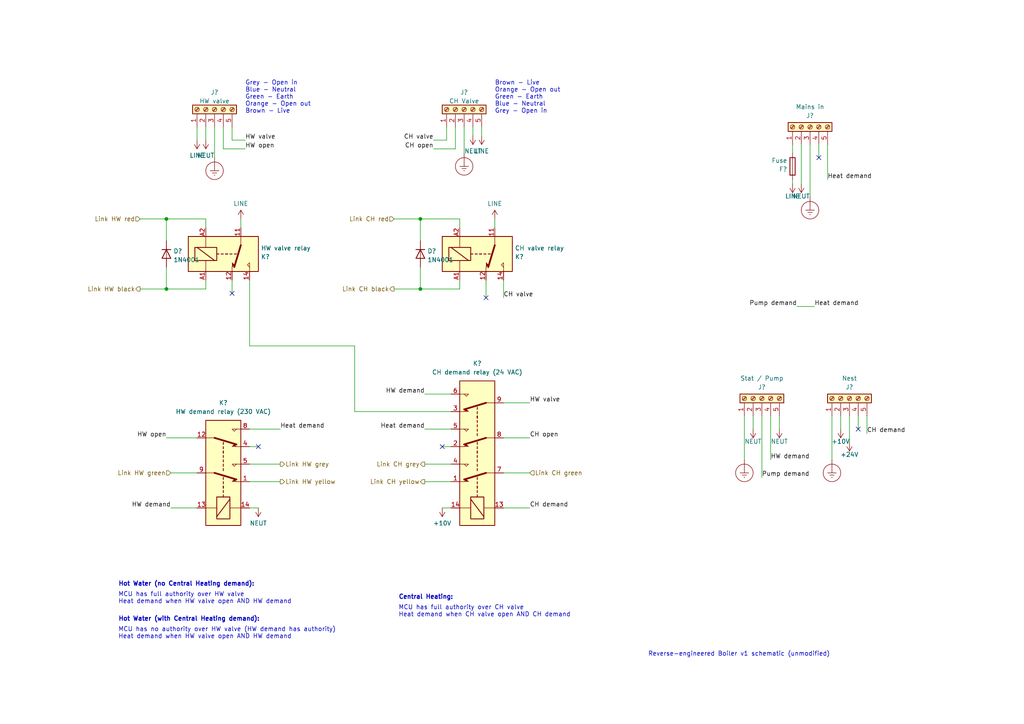
<source format=kicad_sch>
(kicad_sch (version 20211123) (generator eeschema)
  (paper "A4")
  (lib_symbols
    (symbol "Connector:Screw_Terminal_01x05" (pin_names (offset 1.016) hide)
      (property "Reference" "J" (at 0 7.62 0))
      (property "Value" "Screw_Terminal_01x05" (at 0 -7.62 0))
      (symbol "Screw_Terminal_01x05_1_1"
        (rectangle (start -1.27 6.35) (end 1.27 -6.35) (stroke (width 0.254)) (fill (type background)))
        (circle (center 0 -5.08) (radius 0.635) (stroke (width 0.1524)))
        (circle (center 0 -2.54) (radius 0.635) (stroke (width 0.1524)))
        (polyline (pts (xy -0.5334 -4.7498) (xy 0.3302 -5.588)) (stroke (width 0.1524)))
        (polyline (pts (xy -0.5334 -2.2098) (xy 0.3302 -3.048)) (stroke (width 0.1524)))
        (polyline (pts (xy -0.5334 0.3302) (xy 0.3302 -0.508)) (stroke (width 0.1524)))
        (polyline (pts (xy -0.5334 2.8702) (xy 0.3302 2.032)) (stroke (width 0.1524)))
        (polyline (pts (xy -0.5334 5.4102) (xy 0.3302 4.572)) (stroke (width 0.1524)))
        (polyline (pts (xy -0.3556 -4.572) (xy 0.508 -5.4102)) (stroke (width 0.1524)))
        (polyline (pts (xy -0.3556 -2.032) (xy 0.508 -2.8702)) (stroke (width 0.1524)))
        (polyline (pts (xy -0.3556 0.508) (xy 0.508 -0.3302)) (stroke (width 0.1524)))
        (polyline (pts (xy -0.3556 3.048) (xy 0.508 2.2098)) (stroke (width 0.1524)))
        (polyline (pts (xy -0.3556 5.588) (xy 0.508 4.7498)) (stroke (width 0.1524)))
        (circle (center 0 0) (radius 0.635) (stroke (width 0.1524)))
        (circle (center 0 2.54) (radius 0.635) (stroke (width 0.1524)))
        (circle (center 0 5.08) (radius 0.635) (stroke (width 0.1524)))
        (pin passive line (at -5.08 5.08 0) (length 3.81) (name "Pin_1") (number "1"))
        (pin passive line (at -5.08 2.54 0) (length 3.81) (name "Pin_2") (number "2"))
        (pin passive line (at -5.08 0 0) (length 3.81) (name "Pin_3") (number "3"))
        (pin passive line (at -5.08 -2.54 0) (length 3.81) (name "Pin_4") (number "4"))
        (pin passive line (at -5.08 -5.08 0) (length 3.81) (name "Pin_5") (number "5"))
      )
    )
    (symbol "Device:Fuse" (pin_numbers hide) (pin_names (offset 0))
      (property "Reference" "F" (at 2.032 0 90))
      (property "Value" "Fuse" (at -1.905 0 90))
      (symbol "Fuse_0_1"
        (rectangle (start -0.762 -2.54) (end 0.762 2.54) (stroke (width 0.254)))
        (polyline (pts (xy 0 2.54) (xy 0 -2.54)))
      )
      (symbol "Fuse_1_1"
        (pin passive line (at 0 3.81 270) (length 1.27) (name "~") (number "1"))
        (pin passive line (at 0 -3.81 90) (length 1.27) (name "~") (number "2"))
      )
    )
    (symbol "Diode:1N4001" (pin_numbers hide) (pin_names (offset 1.016) hide)
      (property "Reference" "D" (at 0 2.54 0))
      (property "Value" "1N4001" (at 0 -2.54 0))
      (symbol "1N4001_0_1"
        (polyline (pts (xy -1.27 1.27) (xy -1.27 -1.27)) (stroke (width 0.254)))
        (polyline (pts (xy 1.27 0) (xy -1.27 0)))
        (polyline (pts (xy 1.27 1.27) (xy 1.27 -1.27) (xy -1.27 0) (xy 1.27 1.27)) (stroke (width 0.254)))
      )
      (symbol "1N4001_1_1"
        (pin passive line (at -3.81 0 0) (length 2.54) (name "K") (number "1"))
        (pin passive line (at 3.81 0 180) (length 2.54) (name "A") (number "2"))
      )
    )
    (symbol "New_Library:0VAC" (power) (pin_names (offset 0))
      (property "Value" "0VAC" (at 0 3.5758 0))
      (symbol "0VAC_0_1"
        (polyline (pts (xy -0.762 1.27) (xy 0 2.54)))
        (polyline (pts (xy 0 0) (xy 0 2.54)))
        (polyline (pts (xy 0 2.54) (xy 0.762 1.27)))
      )
      (symbol "0VAC_1_1"
        (pin power_in line (at 0 0 90) (length 0) hide (name "+10V") (number "1"))
      )
    )
    (symbol "New_Library:24VAC" (power) (pin_names (offset 0))
      (property "Value" "24VAC" (at 0 3.5758 0))
      (symbol "24VAC_0_1"
        (polyline (pts (xy -0.762 1.27) (xy 0 2.54)))
        (polyline (pts (xy 0 0) (xy 0 2.54)))
        (polyline (pts (xy 0 2.54) (xy 0.762 1.27)))
      )
      (symbol "24VAC_1_1"
        (pin power_in line (at 0 0 90) (length 0) hide (name "+24V") (number "1"))
      )
    )
    (symbol "New_Library:FINDER-36.11"
      (property "Reference" "K" (at 11.43 3.81 0))
      (property "Value" "FINDER-36.11" (at 11.43 1.27 0))
      (symbol "FINDER-36.11_0_0"
        (polyline (pts (xy 2.54 3.81) (xy 2.54 5.08)))
        (polyline (pts (xy 7.62 3.81) (xy 7.62 5.08)))
        (polyline (pts (xy 7.62 3.81) (xy 7.62 2.54) (xy 6.985 3.175) (xy 7.62 3.81)))
      )
      (symbol "FINDER-36.11_0_1"
        (rectangle (start -10.16 5.08) (end 10.16 -5.08) (stroke (width 0.254)) (fill (type background)))
        (rectangle (start -8.255 1.905) (end -1.905 -1.905) (stroke (width 0.254)))
        (polyline (pts (xy -7.62 -1.905) (xy -2.54 1.905)) (stroke (width 0.254)))
        (polyline (pts (xy -5.08 -5.08) (xy -5.08 -1.905)))
        (polyline (pts (xy -5.08 5.08) (xy -5.08 1.905)))
        (polyline (pts (xy -1.905 0) (xy -1.27 0)) (stroke (width 0.254)))
        (polyline (pts (xy -0.635 0) (xy 0 0)) (stroke (width 0.254)))
        (polyline (pts (xy 0.635 0) (xy 1.27 0)) (stroke (width 0.254)))
        (polyline (pts (xy 0.635 0) (xy 1.27 0)) (stroke (width 0.254)))
        (polyline (pts (xy 1.905 0) (xy 2.54 0)) (stroke (width 0.254)))
        (polyline (pts (xy 3.175 0) (xy 3.81 0)) (stroke (width 0.254)))
        (polyline (pts (xy 5.08 -2.54) (xy 3.175 3.81)) (stroke (width 0.508)))
        (polyline (pts (xy 5.08 -2.54) (xy 5.08 -5.08)))
        (polyline (pts (xy 2.54 2.54) (xy 3.175 3.175) (xy 2.54 3.81)) (fill (type outline)))
      )
      (symbol "FINDER-36.11_1_1"
        (pin passive line (at 5.08 -7.62 90) (length 2.54) (name "~") (number "11"))
        (pin passive line (at 2.54 7.62 270) (length 2.54) (name "~") (number "12"))
        (pin passive line (at 7.62 7.62 270) (length 2.54) (name "~") (number "14"))
        (pin passive line (at -5.08 7.62 270) (length 2.54) (name "~") (number "A1"))
        (pin passive line (at -5.08 -7.62 90) (length 2.54) (name "~") (number "A2"))
      )
    )
    (symbol "New_Library:FINDER-55.12"
      (property "Reference" "K2" (at 0 24.0198 90))
      (property "Value" "HW demand relay" (at 0 21.4829 90))
      (symbol "FINDER-55.12_0_0"
        (polyline (pts (xy 2.54 3.81) (xy 2.54 5.08)))
        (polyline (pts (xy 7.62 3.81) (xy 7.62 5.08)))
        (polyline (pts (xy 12.7 3.81) (xy 12.7 5.08)))
        (polyline (pts (xy 17.78 3.81) (xy 17.78 5.08)))
        (polyline (pts (xy 7.62 3.81) (xy 7.62 2.54) (xy 6.985 3.175) (xy 7.62 3.81)))
        (polyline (pts (xy 17.78 3.81) (xy 17.78 2.54) (xy 17.145 3.175) (xy 17.78 3.81)))
      )
      (symbol "FINDER-55.12_0_1"
        (rectangle (start -10.16 5.08) (end 20.32 -5.08) (stroke (width 0.254)) (fill (type background)))
        (rectangle (start -8.255 1.905) (end -1.905 -1.905) (stroke (width 0.254)))
        (polyline (pts (xy -7.62 -1.905) (xy -2.54 1.905)) (stroke (width 0.254)))
        (polyline (pts (xy -5.08 -5.08) (xy -5.08 -1.905)))
        (polyline (pts (xy -5.08 5.08) (xy -5.08 1.905)))
        (polyline (pts (xy -1.905 0) (xy -1.27 0)) (stroke (width 0.254)))
        (polyline (pts (xy -0.635 0) (xy 0 0)) (stroke (width 0.254)))
        (polyline (pts (xy 0.635 0) (xy 1.27 0)) (stroke (width 0.254)))
        (polyline (pts (xy 0.635 0) (xy 1.27 0)) (stroke (width 0.254)))
        (polyline (pts (xy 1.905 0) (xy 2.54 0)) (stroke (width 0.254)))
        (polyline (pts (xy 3.175 0) (xy 3.81 0)) (stroke (width 0.254)))
        (polyline (pts (xy 5.08 -2.54) (xy 3.175 3.81)) (stroke (width 0.508)))
        (polyline (pts (xy 5.08 -2.54) (xy 5.08 -5.08)))
        (polyline (pts (xy 5.715 0) (xy 6.35 0)) (stroke (width 0.254)))
        (polyline (pts (xy 6.985 0) (xy 7.62 0)) (stroke (width 0.254)))
        (polyline (pts (xy 8.255 0) (xy 8.89 0)) (stroke (width 0.254)))
        (polyline (pts (xy 9.525 0) (xy 10.16 0)) (stroke (width 0.254)))
        (polyline (pts (xy 10.795 0) (xy 11.43 0)) (stroke (width 0.254)))
        (polyline (pts (xy 10.795 0) (xy 11.43 0)) (stroke (width 0.254)))
        (polyline (pts (xy 12.065 0) (xy 12.7 0)) (stroke (width 0.254)))
        (polyline (pts (xy 13.335 0) (xy 13.97 0)) (stroke (width 0.254)))
        (polyline (pts (xy 15.24 -2.54) (xy 13.335 3.81)) (stroke (width 0.508)))
        (polyline (pts (xy 15.24 -2.54) (xy 15.24 -5.08)))
        (polyline (pts (xy 2.54 2.54) (xy 3.175 3.175) (xy 2.54 3.81)) (fill (type outline)))
        (polyline (pts (xy 12.7 2.54) (xy 13.335 3.175) (xy 12.7 3.81)) (fill (type outline)))
      )
      (symbol "FINDER-55.12_1_1"
        (pin passive line (at 2.54 7.62 270) (length 2.54) (name "~") (number "1"))
        (pin passive line (at 15.24 -7.62 90) (length 2.54) (name "~") (number "12"))
        (pin passive line (at -5.08 -7.62 90) (length 2.54) (name "~") (number "13"))
        (pin passive line (at -5.08 7.62 270) (length 2.54) (name "~") (number "14"))
        (pin passive line (at 12.7 7.62 270) (length 2.54) (name "~") (number "4"))
        (pin passive line (at 7.62 7.62 270) (length 2.54) (name "~") (number "5"))
        (pin passive line (at 17.78 7.62 270) (length 2.54) (name "~") (number "8"))
        (pin passive line (at 5.08 -7.62 90) (length 2.54) (name "~") (number "9"))
      )
    )
    (symbol "New_Library:FINDER-55.13"
      (property "Reference" "K4" (at 35.4498 0 90))
      (property "Value" "CH demand relay" (at 32.9129 0 90))
      (symbol "FINDER-55.13_0_0"
        (polyline (pts (xy 2.54 3.81) (xy 2.54 5.08)))
        (polyline (pts (xy 7.62 3.81) (xy 7.62 5.08)))
        (polyline (pts (xy 12.7 3.81) (xy 12.7 5.08)))
        (polyline (pts (xy 17.78 3.81) (xy 17.78 5.08)))
        (polyline (pts (xy 22.86 3.81) (xy 22.86 5.08)))
        (polyline (pts (xy 27.94 3.81) (xy 27.94 5.08)))
        (polyline (pts (xy 7.62 3.81) (xy 7.62 2.54) (xy 6.985 3.175) (xy 7.62 3.81)))
        (polyline (pts (xy 17.78 3.81) (xy 17.78 2.54) (xy 17.145 3.175) (xy 17.78 3.81)))
        (polyline (pts (xy 27.94 3.81) (xy 27.94 2.54) (xy 27.305 3.175) (xy 27.94 3.81)))
      )
      (symbol "FINDER-55.13_0_1"
        (rectangle (start -10.16 5.08) (end 31.75 -5.08) (stroke (width 0.254)) (fill (type background)))
        (rectangle (start -8.255 1.905) (end -1.905 -1.905) (stroke (width 0.254)))
        (polyline (pts (xy -7.62 -1.905) (xy -2.54 1.905)) (stroke (width 0.254)))
        (polyline (pts (xy -5.08 -5.08) (xy -5.08 -1.905)))
        (polyline (pts (xy -5.08 5.08) (xy -5.08 1.905)))
        (polyline (pts (xy -1.905 0) (xy -1.27 0)) (stroke (width 0.254)))
        (polyline (pts (xy -0.635 0) (xy 0 0)) (stroke (width 0.254)))
        (polyline (pts (xy 0.635 0) (xy 1.27 0)) (stroke (width 0.254)))
        (polyline (pts (xy 0.635 0) (xy 1.27 0)) (stroke (width 0.254)))
        (polyline (pts (xy 1.905 0) (xy 2.54 0)) (stroke (width 0.254)))
        (polyline (pts (xy 3.175 0) (xy 3.81 0)) (stroke (width 0.254)))
        (polyline (pts (xy 5.08 -2.54) (xy 3.175 3.81)) (stroke (width 0.508)))
        (polyline (pts (xy 5.08 -2.54) (xy 5.08 -5.08)))
        (polyline (pts (xy 5.715 0) (xy 6.35 0)) (stroke (width 0.254)))
        (polyline (pts (xy 6.985 0) (xy 7.62 0)) (stroke (width 0.254)))
        (polyline (pts (xy 8.255 0) (xy 8.89 0)) (stroke (width 0.254)))
        (polyline (pts (xy 9.525 0) (xy 10.16 0)) (stroke (width 0.254)))
        (polyline (pts (xy 10.795 0) (xy 11.43 0)) (stroke (width 0.254)))
        (polyline (pts (xy 10.795 0) (xy 11.43 0)) (stroke (width 0.254)))
        (polyline (pts (xy 12.065 0) (xy 12.7 0)) (stroke (width 0.254)))
        (polyline (pts (xy 13.335 0) (xy 13.97 0)) (stroke (width 0.254)))
        (polyline (pts (xy 15.24 -2.54) (xy 13.335 3.81)) (stroke (width 0.508)))
        (polyline (pts (xy 15.24 -2.54) (xy 15.24 -5.08)))
        (polyline (pts (xy 15.875 0) (xy 16.51 0)) (stroke (width 0.254)))
        (polyline (pts (xy 17.145 0) (xy 17.78 0)) (stroke (width 0.254)))
        (polyline (pts (xy 18.415 0) (xy 19.05 0)) (stroke (width 0.254)))
        (polyline (pts (xy 19.685 0) (xy 20.32 0)) (stroke (width 0.254)))
        (polyline (pts (xy 20.955 0) (xy 21.59 0)) (stroke (width 0.254)))
        (polyline (pts (xy 20.955 0) (xy 21.59 0)) (stroke (width 0.254)))
        (polyline (pts (xy 20.955 0) (xy 21.59 0)) (stroke (width 0.254)))
        (polyline (pts (xy 22.225 0) (xy 22.86 0)) (stroke (width 0.254)))
        (polyline (pts (xy 23.495 0) (xy 24.13 0)) (stroke (width 0.254)))
        (polyline (pts (xy 25.4 -2.54) (xy 23.495 3.81)) (stroke (width 0.508)))
        (polyline (pts (xy 25.4 -2.54) (xy 25.4 -5.08)))
        (polyline (pts (xy 2.54 2.54) (xy 3.175 3.175) (xy 2.54 3.81)) (fill (type outline)))
        (polyline (pts (xy 12.7 2.54) (xy 13.335 3.175) (xy 12.7 3.81)) (fill (type outline)))
        (polyline (pts (xy 22.86 2.54) (xy 23.495 3.175) (xy 22.86 3.81)) (fill (type outline)))
      )
      (symbol "FINDER-55.13_1_1"
        (pin passive line (at 2.54 7.62 270) (length 2.54) (name "~") (number "1"))
        (pin passive line (at -5.08 -7.62 90) (length 2.54) (name "~") (number "13"))
        (pin passive line (at -5.08 7.62 270) (length 2.54) (name "~") (number "14"))
        (pin passive line (at 12.7 7.62 270) (length 2.54) (name "~") (number "2"))
        (pin passive line (at 22.86 7.62 270) (length 2.54) (name "~") (number "3"))
        (pin passive line (at 7.62 7.62 270) (length 2.54) (name "~") (number "4"))
        (pin passive line (at 17.78 7.62 270) (length 2.54) (name "~") (number "5"))
        (pin passive line (at 27.94 7.62 270) (length 2.54) (name "~") (number "6"))
        (pin passive line (at 5.08 -7.62 90) (length 2.54) (name "~") (number "7"))
        (pin passive line (at 15.24 -7.62 90) (length 2.54) (name "~") (number "8"))
        (pin passive line (at 25.4 -7.62 90) (length 2.54) (name "~") (number "9"))
      )
    )
    (symbol "New_Library:L" (power) (pin_names (offset 0))
      (property "Value" "L" (at 0 3.5758 0))
      (symbol "L_0_1"
        (polyline (pts (xy -0.762 1.27) (xy 0 2.54)))
        (polyline (pts (xy 0 0) (xy 0 2.54)))
        (polyline (pts (xy 0 2.54) (xy 0.762 1.27)))
      )
      (symbol "L_1_1"
        (pin power_in line (at 0 0 90) (length 0) hide (name "LINE") (number "1"))
      )
    )
    (symbol "New_Library:N" (power) (pin_names (offset 0))
      (property "Value" "N" (at 0 3.5758 0))
      (symbol "N_0_1"
        (polyline (pts (xy -0.762 1.27) (xy 0 2.54)))
        (polyline (pts (xy 0 0) (xy 0 2.54)))
        (polyline (pts (xy 0 2.54) (xy 0.762 1.27)))
      )
      (symbol "N_1_1"
        (pin power_in line (at 0 0 90) (length 0) hide (name "NEUT") (number "1"))
      )
    )
    (symbol "power:Earth_Protective" (power) (pin_names (offset 0))
      (symbol "Earth_Protective_0_1"
        (circle (center 0 -3.81) (radius 2.54))
        (polyline (pts (xy -0.635 -4.445) (xy 0.635 -4.445)))
        (polyline (pts (xy -0.127 -5.08) (xy 0.127 -5.08)))
        (polyline (pts (xy 0 -3.81) (xy 0 0)))
        (polyline (pts (xy 1.27 -3.81) (xy -1.27 -3.81)))
      )
      (symbol "Earth_Protective_1_1"
        (pin power_in line (at 0 0 270) (length 0) hide (name "Earth_Protective") (number "1"))
      )
    )
  )
  (junction (at 48.26 63.5))
  (junction (at 121.92 83.82))
  (junction (at 121.92 63.5))
  (junction (at 48.26 83.82))
  (no_connect (at 67.31 85.09))
  (no_connect (at 248.92 124.46))
  (no_connect (at 74.93 129.54))
  (no_connect (at 237.49 45.72))
  (no_connect (at 128.27 129.54))
  (no_connect (at 140.97 86.36))
  (wire (pts (xy 130.81 124.46) (xy 123.19 124.46)))
  (wire (pts (xy 220.98 138.43) (xy 220.98 120.65)))
  (wire (pts (xy 153.67 137.16) (xy 146.05 137.16)))
  (wire (pts (xy 67.31 40.64) (xy 67.31 36.83)))
  (wire (pts (xy 133.35 83.82) (xy 133.35 81.28)))
  (wire (pts (xy 48.26 83.82) (xy 48.26 77.47)))
  (wire (pts (xy 40.64 63.5) (xy 48.26 63.5)))
  (wire (pts (xy 121.92 83.82) (xy 133.35 83.82)))
  (wire (pts (xy 140.97 86.36) (xy 140.97 81.28)))
  (wire (pts (xy 71.12 43.18) (xy 64.77 43.18)))
  (wire (pts (xy 229.87 53.34) (xy 229.87 52.07)))
  (wire (pts (xy 72.39 100.33) (xy 102.87 100.33)))
  (wire (pts (xy 240.03 52.07) (xy 240.03 41.91)))
  (wire (pts (xy 62.23 36.83) (xy 62.23 45.72)))
  (wire (pts (xy 72.39 139.7) (xy 81.28 139.7)))
  (wire (pts (xy 130.81 134.62) (xy 123.19 134.62)))
  (wire (pts (xy 218.44 124.46) (xy 218.44 120.65)))
  (wire (pts (xy 229.87 44.45) (xy 229.87 41.91)))
  (wire (pts (xy 48.26 63.5) (xy 48.26 69.85)))
  (wire (pts (xy 130.81 147.32) (xy 128.27 147.32)))
  (wire (pts (xy 71.12 40.64) (xy 67.31 40.64)))
  (wire (pts (xy 125.73 43.18) (xy 132.08 43.18)))
  (wire (pts (xy 57.15 40.64) (xy 57.15 36.83)))
  (wire (pts (xy 72.39 129.54) (xy 74.93 129.54)))
  (wire (pts (xy 40.64 83.82) (xy 48.26 83.82)))
  (wire (pts (xy 59.69 36.83) (xy 59.69 40.64)))
  (wire (pts (xy 49.53 147.32) (xy 57.15 147.32)))
  (wire (pts (xy 232.41 53.34) (xy 232.41 41.91)))
  (wire (pts (xy 72.39 147.32) (xy 74.93 147.32)))
  (wire (pts (xy 143.51 66.04) (xy 143.51 63.5)))
  (wire (pts (xy 114.3 63.5) (xy 121.92 63.5)))
  (wire (pts (xy 72.39 81.28) (xy 72.39 100.33)))
  (wire (pts (xy 130.81 139.7) (xy 123.19 139.7)))
  (wire (pts (xy 153.67 127) (xy 146.05 127)))
  (wire (pts (xy 215.9 133.35) (xy 215.9 120.65)))
  (wire (pts (xy 139.7 36.83) (xy 139.7 39.37)))
  (wire (pts (xy 48.26 127) (xy 57.15 127)))
  (wire (pts (xy 72.39 134.62) (xy 81.28 134.62)))
  (wire (pts (xy 121.92 69.85) (xy 121.92 63.5)))
  (wire (pts (xy 241.3 133.35) (xy 241.3 120.65)))
  (wire (pts (xy 153.67 116.84) (xy 146.05 116.84)))
  (wire (pts (xy 133.35 63.5) (xy 133.35 66.04)))
  (wire (pts (xy 102.87 100.33) (xy 102.87 119.38)))
  (wire (pts (xy 132.08 43.18) (xy 132.08 36.83)))
  (wire (pts (xy 72.39 124.46) (xy 81.28 124.46)))
  (wire (pts (xy 130.81 114.3) (xy 123.19 114.3)))
  (wire (pts (xy 59.69 63.5) (xy 59.69 66.04)))
  (wire (pts (xy 146.05 86.36) (xy 146.05 81.28)))
  (wire (pts (xy 226.06 124.46) (xy 226.06 120.65)))
  (wire (pts (xy 49.53 137.16) (xy 57.15 137.16)))
  (wire (pts (xy 114.3 83.82) (xy 121.92 83.82)))
  (wire (pts (xy 153.67 147.32) (xy 146.05 147.32)))
  (wire (pts (xy 130.81 129.54) (xy 128.27 129.54)))
  (wire (pts (xy 67.31 85.09) (xy 67.31 81.28)))
  (wire (pts (xy 59.69 83.82) (xy 59.69 81.28)))
  (wire (pts (xy 243.84 124.46) (xy 243.84 120.65)))
  (wire (pts (xy 251.46 125.73) (xy 251.46 120.65)))
  (wire (pts (xy 121.92 83.82) (xy 121.92 77.47)))
  (wire (pts (xy 64.77 43.18) (xy 64.77 36.83)))
  (wire (pts (xy 246.38 128.27) (xy 246.38 120.65)))
  (wire (pts (xy 137.16 36.83) (xy 137.16 39.37)))
  (wire (pts (xy 248.92 124.46) (xy 248.92 120.65)))
  (wire (pts (xy 69.85 66.04) (xy 69.85 63.5)))
  (wire (pts (xy 223.52 133.35) (xy 223.52 120.65)))
  (wire (pts (xy 59.69 63.5) (xy 48.26 63.5)))
  (wire (pts (xy 129.54 36.83) (xy 129.54 40.64)))
  (wire (pts (xy 237.49 45.72) (xy 237.49 41.91)))
  (wire (pts (xy 234.95 57.15) (xy 234.95 41.91)))
  (wire (pts (xy 134.62 36.83) (xy 134.62 44.45)))
  (wire (pts (xy 102.87 119.38) (xy 130.81 119.38)))
  (wire (pts (xy 59.69 83.82) (xy 48.26 83.82)))
  (wire (pts (xy 121.92 63.5) (xy 133.35 63.5)))
  (wire (pts (xy 125.73 40.64) (xy 129.54 40.64)))
  (wire (pts (xy 236.22 88.9) (xy 231.14 88.9)))
  (text "Hot Water (with Central Heating demand):" (at 34.29 180.34 0) (effects (font (size 1.27 1.27) bold) (justify left bottom)))
  (text "Central Heating:\n" (at 115.57 173.99 0) (effects (font (size 1.27 1.27) (thickness 0.254) bold) (justify left bottom)))
  (text "MCU has no authority over HW valve (HW demand has authority)\nHeat demand when HW valve open AND HW demand" (at 34.29 185.42 0) (effects (font (size 1.27 1.27)) (justify left bottom)))
  (text "MCU has full authority over CH valve\nHeat demand when CH valve open AND CH demand" (at 115.57 179.07 0) (effects (font (size 1.27 1.27)) (justify left bottom)))
  (text "Grey - Open in\nBlue - Neutral\nGreen - Earth\nOrange - Open out\nBrown - Live\n" (at 71.12 33.02 0) (effects (font (size 1.27 1.27)) (justify left bottom)))
  (text "MCU has full authority over HW valve\nHeat demand when HW valve open AND HW demand" (at 34.29 175.26 0) (effects (font (size 1.27 1.27)) (justify left bottom)))
  (text "Hot Water (no Central Heating demand):" (at 34.29 170.18 0) (effects (font (size 1.27 1.27) bold) (justify left bottom)))
  (text "Brown - Live\nOrange - Open out\nGreen - Earth\nBlue - Neutral\nGrey - Open in" (at 143.51 33.02 0) (effects (font (size 1.27 1.27)) (justify left bottom)))
  (text "Reverse-engineered Boiler v1 schematic (unmodified)\n" (at 187.96 190.5 0) (effects (font (size 1.27 1.27)) (justify left bottom)))
  (label "Heat demand" (at 81.28 124.46 0))
  (label "CH open" (at 125.73 43.18 180))
  (label "Pump demand" (at 220.98 138.43 0))
  (label "Heat demand" (at 240.03 52.07 0))
  (label "HW open" (at 71.12 43.18 0))
  (label "Heat demand" (at 236.22 88.9 0))
  (label "HW demand" (at 123.19 114.3 180))
  (label "HW valve" (at 153.67 116.84 0))
  (label "CH demand" (at 153.67 147.32 0))
  (label "HW demand" (at 49.53 147.32 180))
  (label "HW valve" (at 71.12 40.64 0))
  (label "CH demand" (at 251.46 125.73 0))
  (label "CH open" (at 153.67 127 0))
  (label "HW open" (at 48.26 127 180))
  (label "CH valve" (at 125.73 40.64 180))
  (label "Heat demand" (at 123.19 124.46 180))
  (label "HW demand" (at 223.52 133.35 0))
  (label "CH valve" (at 146.05 86.36 0))
  (label "Pump demand" (at 231.14 88.9 180))
  (hierarchical_label "Link CH yellow" (shape output) (at 123.19 139.7 180))
  (hierarchical_label "Link CH green" (shape input) (at 153.67 137.16 0))
  (hierarchical_label "Link HW red" (shape input) (at 40.64 63.5 180))
  (hierarchical_label "Link CH red" (shape input) (at 114.3 63.5 180))
  (hierarchical_label "Link HW green" (shape input) (at 49.53 137.16 180))
  (hierarchical_label "Link CH grey" (shape output) (at 123.19 134.62 180))
  (hierarchical_label "Link CH black" (shape output) (at 114.3 83.82 180))
  (hierarchical_label "Link HW yellow" (shape output) (at 81.28 139.7 0))
  (hierarchical_label "Link HW black" (shape output) (at 40.64 83.82 180))
  (hierarchical_label "Link HW grey" (shape output) (at 81.28 134.62 0))
  (symbol (lib_id "Connector:Screw_Terminal_01x05") (at 234.95 36.83 90) (unit 1)
    (property "Reference" "J?" (at 234.95 33.5296 90))
    (property "Value" "Mains in" (at 234.95 30.9927 90))
  )
  (symbol (lib_id "New_Library:L") (at 143.51 63.5 0) (mirror y) (unit 1)
    (property "Reference" "#PWR?" (effects hide))
    (property "Value" "L" (at 143.51 59.0566 0))
  )
  (symbol (lib_id "power:Earth_Protective") (at 215.9 133.35 0) (unit 1)
    (property "Reference" "#PWR?" (effects hide))
    (property "Value" "Earth_Protective" (effects hide))
  )
  (symbol (lib_id "Connector:Screw_Terminal_01x05") (at 134.62 31.75 90) (unit 1)
    (property "Reference" "J?" (at 134.62 26.7802 90))
    (property "Value" "CH Valve" (at 134.62 29.3171 90))
  )
  (symbol (lib_id "New_Library:FINDER-55.12") (at 64.77 142.24 270) (mirror x) (unit 1)
    (property "Reference" "K?" (at 64.77 116.84 90))
    (property "Value" "HW demand relay (230 VAC)" (at 64.77 119.38 90))
    (property "Footprint" "Edds:FINDER 55.12" (effects hide))
  )
  (symbol (lib_id "power:Earth_Protective") (at 241.3 133.35 0) (unit 1)
    (property "Reference" "#PWR?" (effects hide))
    (property "Value" "Earth_Protective" (effects hide))
  )
  (symbol (lib_id "power:Earth_Protective") (at 234.95 57.15 0) (unit 1)
    (property "Reference" "#PWR?" (effects hide))
    (property "Value" "Earth_Protective" (effects hide))
  )
  (symbol (lib_id "New_Library:FINDER-55.13") (at 138.43 142.24 90) (unit 1)
    (property "Reference" "K?" (at 138.43 105.4131 90))
    (property "Value" "CH demand relay (24 VAC)" (at 138.43 107.95 90))
    (property "Footprint" "Edds:FINDER 55.13" (effects hide))
  )
  (symbol (lib_id "New_Library:N") (at 232.41 53.34 180) (unit 1)
    (property "Reference" "#PWR?" (effects hide))
    (property "Value" "N" (at 232.41 56.9158 0))
  )
  (symbol (lib_id "New_Library:N") (at 74.93 147.32 180) (unit 1)
    (property "Reference" "#PWR?" (effects hide))
    (property "Value" "N" (at 74.93 151.7634 0))
  )
  (symbol (lib_id "New_Library:0VAC") (at 243.84 124.46 180) (unit 1)
    (property "Reference" "#PWR?" (effects hide))
    (property "Value" "0VAC" (at 243.84 128.0358 0))
  )
  (symbol (lib_id "Connector:Screw_Terminal_01x05") (at 62.23 31.75 90) (unit 1)
    (property "Reference" "J?" (at 62.23 26.7802 90))
    (property "Value" "HW valve" (at 62.23 29.3171 90))
  )
  (symbol (lib_id "power:Earth_Protective") (at 62.23 45.72 0) (unit 1)
    (property "Reference" "#PWR?" (effects hide))
    (property "Value" "Earth_Protective" (effects hide))
  )
  (symbol (lib_id "New_Library:FINDER-36.11") (at 64.77 73.66 0) (mirror x) (unit 1)
    (property "Reference" "K?" (at 75.692 74.4947 0) (effects (justify left)))
    (property "Value" "HW valve relay" (at 75.692 71.9578 0) (effects (justify left)))
    (property "Footprint" "Relay_THT:Relay_SPDT_Finder_36.11" (effects hide))
  )
  (symbol (lib_id "New_Library:N") (at 226.06 124.46 180) (unit 1)
    (property "Reference" "#PWR?" (effects hide))
    (property "Value" "N" (at 226.06 128.0358 0))
  )
  (symbol (lib_id "New_Library:FINDER-36.11") (at 138.43 73.66 0) (mirror x) (unit 1)
    (property "Reference" "K?" (at 149.352 74.4947 0) (effects (justify left)))
    (property "Value" "CH valve relay" (at 149.352 71.9578 0) (effects (justify left)))
    (property "Footprint" "Relay_THT:Relay_SPDT_Finder_36.11" (effects hide))
  )
  (symbol (lib_id "New_Library:L") (at 229.87 53.34 180) (unit 1)
    (property "Reference" "#PWR?" (effects hide))
    (property "Value" "L" (at 229.87 56.9158 0))
  )
  (symbol (lib_id "New_Library:L") (at 139.7 39.37 180) (unit 1)
    (property "Reference" "#PWR?" (effects hide))
    (property "Value" "L" (at 139.7 43.8134 0))
  )
  (symbol (lib_id "Diode:1N4001") (at 121.92 73.66 270) (unit 1)
    (property "Reference" "D?" (at 123.952 72.8253 90) (effects (justify left)))
    (property "Value" "1N4001" (at 123.952 75.3622 90) (effects (justify left)))
    (property "Footprint" "Diode_THT:D_DO-41_SOD81_P10.16mm_Horizontal" (effects hide))
    (property "Datasheet" "http://www.vishay.com/docs/88503/1n4001.pdf" (effects hide))
  )
  (symbol (lib_id "New_Library:N") (at 218.44 124.46 180) (unit 1)
    (property "Reference" "#PWR?" (effects hide))
    (property "Value" "N" (at 218.44 128.0358 0))
  )
  (symbol (lib_id "New_Library:N") (at 59.69 40.64 180) (unit 1)
    (property "Reference" "#PWR?" (effects hide))
    (property "Value" "N" (at 59.69 45.0834 0))
  )
  (symbol (lib_id "Diode:1N4001") (at 48.26 73.66 270) (unit 1)
    (property "Reference" "D?" (at 50.292 72.8253 90) (effects (justify left)))
    (property "Value" "1N4001" (at 50.292 75.3622 90) (effects (justify left)))
    (property "Footprint" "Diode_THT:D_DO-41_SOD81_P10.16mm_Horizontal" (effects hide))
    (property "Datasheet" "http://www.vishay.com/docs/88503/1n4001.pdf" (effects hide))
  )
  (symbol (lib_id "Connector:Screw_Terminal_01x05") (at 220.98 115.57 90) (unit 1)
    (property "Reference" "J?" (at 220.98 112.2696 90))
    (property "Value" "Stat / Pump" (at 220.98 109.7327 90))
  )
  (symbol (lib_id "Connector:Screw_Terminal_01x05") (at 246.38 115.57 90) (unit 1)
    (property "Reference" "J?" (at 246.38 112.2696 90))
    (property "Value" "Nest" (at 246.38 109.7327 90))
  )
  (symbol (lib_id "New_Library:24VAC") (at 246.38 128.27 180) (unit 1)
    (property "Reference" "#PWR?" (effects hide))
    (property "Value" "24VAC" (at 246.38 131.8458 0))
  )
  (symbol (lib_id "New_Library:0VAC") (at 128.27 147.32 180) (unit 1)
    (property "Reference" "#PWR?" (effects hide))
    (property "Value" "0VAC" (at 128.27 151.7634 0))
  )
  (symbol (lib_id "New_Library:N") (at 137.16 39.37 180) (unit 1)
    (property "Reference" "#PWR?" (effects hide))
    (property "Value" "N" (at 137.16 43.8134 0))
  )
  (symbol (lib_id "power:Earth_Protective") (at 134.62 44.45 0) (unit 1)
    (property "Reference" "#PWR?" (effects hide))
    (property "Value" "Earth_Protective" (effects hide))
  )
  (symbol (lib_id "New_Library:L") (at 69.85 63.5 0) (mirror y) (unit 1)
    (property "Reference" "#PWR?" (effects hide))
    (property "Value" "L" (at 69.85 59.0566 0))
  )
  (symbol (lib_id "Device:Fuse") (at 229.87 48.26 180) (unit 1)
    (property "Reference" "F?" (at 228.346 49.0947 0) (effects (justify left)))
    (property "Value" "Fuse" (at 228.346 46.5578 0) (effects (justify left)))
  )
  (symbol (lib_id "New_Library:L") (at 57.15 40.64 180) (unit 1)
    (property "Reference" "#PWR?" (effects hide))
    (property "Value" "L" (at 57.15 45.0834 0))
  )
)
</source>
